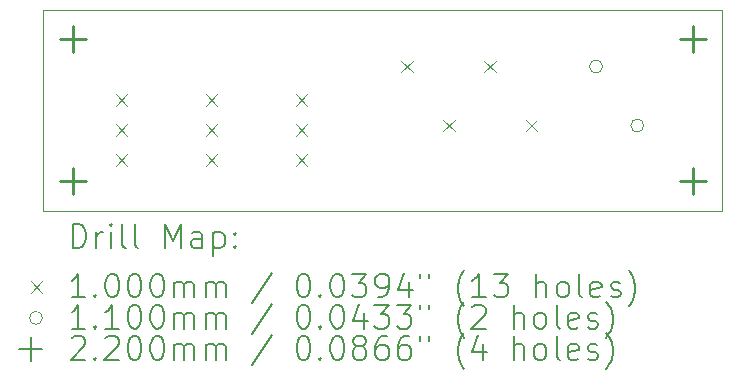
<source format=gbr>
%TF.GenerationSoftware,KiCad,Pcbnew,(6.0.8-1)-1*%
%TF.CreationDate,2024-02-23T21:37:50-06:00*%
%TF.ProjectId,RGB LED Interface,52474220-4c45-4442-9049-6e7465726661,rev?*%
%TF.SameCoordinates,Original*%
%TF.FileFunction,Drillmap*%
%TF.FilePolarity,Positive*%
%FSLAX45Y45*%
G04 Gerber Fmt 4.5, Leading zero omitted, Abs format (unit mm)*
G04 Created by KiCad (PCBNEW (6.0.8-1)-1) date 2024-02-23 21:37:50*
%MOMM*%
%LPD*%
G01*
G04 APERTURE LIST*
%ADD10C,0.100000*%
%ADD11C,0.200000*%
%ADD12C,0.110000*%
%ADD13C,0.220000*%
G04 APERTURE END LIST*
D10*
X15500000Y-8300000D02*
X9750000Y-8300000D01*
X9750000Y-8300000D02*
X9750000Y-6600000D01*
X9750000Y-6600000D02*
X15500000Y-6600000D01*
X15500000Y-6600000D02*
X15500000Y-8300000D01*
D11*
D10*
X10364000Y-7316000D02*
X10464000Y-7416000D01*
X10464000Y-7316000D02*
X10364000Y-7416000D01*
X10364000Y-7570000D02*
X10464000Y-7670000D01*
X10464000Y-7570000D02*
X10364000Y-7670000D01*
X10364000Y-7824000D02*
X10464000Y-7924000D01*
X10464000Y-7824000D02*
X10364000Y-7924000D01*
X11126000Y-7316000D02*
X11226000Y-7416000D01*
X11226000Y-7316000D02*
X11126000Y-7416000D01*
X11126000Y-7570000D02*
X11226000Y-7670000D01*
X11226000Y-7570000D02*
X11126000Y-7670000D01*
X11126000Y-7824000D02*
X11226000Y-7924000D01*
X11226000Y-7824000D02*
X11126000Y-7924000D01*
X11888000Y-7316000D02*
X11988000Y-7416000D01*
X11988000Y-7316000D02*
X11888000Y-7416000D01*
X11888000Y-7570000D02*
X11988000Y-7670000D01*
X11988000Y-7570000D02*
X11888000Y-7670000D01*
X11888000Y-7824000D02*
X11988000Y-7924000D01*
X11988000Y-7824000D02*
X11888000Y-7924000D01*
X12785000Y-7030500D02*
X12885000Y-7130500D01*
X12885000Y-7030500D02*
X12785000Y-7130500D01*
X13135000Y-7530500D02*
X13235000Y-7630500D01*
X13235000Y-7530500D02*
X13135000Y-7630500D01*
X13485000Y-7030500D02*
X13585000Y-7130500D01*
X13585000Y-7030500D02*
X13485000Y-7130500D01*
X13835000Y-7530500D02*
X13935000Y-7630500D01*
X13935000Y-7530500D02*
X13835000Y-7630500D01*
D12*
X14486300Y-7080000D02*
G75*
G03*
X14486300Y-7080000I-55000J0D01*
G01*
X14836300Y-7580000D02*
G75*
G03*
X14836300Y-7580000I-55000J0D01*
G01*
D13*
X10000000Y-6740000D02*
X10000000Y-6960000D01*
X9890000Y-6850000D02*
X10110000Y-6850000D01*
X10000000Y-7940000D02*
X10000000Y-8160000D01*
X9890000Y-8050000D02*
X10110000Y-8050000D01*
X15250000Y-6740000D02*
X15250000Y-6960000D01*
X15140000Y-6850000D02*
X15360000Y-6850000D01*
X15250000Y-7940000D02*
X15250000Y-8160000D01*
X15140000Y-8050000D02*
X15360000Y-8050000D01*
D11*
X10002619Y-8615476D02*
X10002619Y-8415476D01*
X10050238Y-8415476D01*
X10078810Y-8425000D01*
X10097857Y-8444048D01*
X10107381Y-8463095D01*
X10116905Y-8501190D01*
X10116905Y-8529762D01*
X10107381Y-8567857D01*
X10097857Y-8586905D01*
X10078810Y-8605952D01*
X10050238Y-8615476D01*
X10002619Y-8615476D01*
X10202619Y-8615476D02*
X10202619Y-8482143D01*
X10202619Y-8520238D02*
X10212143Y-8501190D01*
X10221667Y-8491667D01*
X10240714Y-8482143D01*
X10259762Y-8482143D01*
X10326429Y-8615476D02*
X10326429Y-8482143D01*
X10326429Y-8415476D02*
X10316905Y-8425000D01*
X10326429Y-8434524D01*
X10335952Y-8425000D01*
X10326429Y-8415476D01*
X10326429Y-8434524D01*
X10450238Y-8615476D02*
X10431190Y-8605952D01*
X10421667Y-8586905D01*
X10421667Y-8415476D01*
X10555000Y-8615476D02*
X10535952Y-8605952D01*
X10526429Y-8586905D01*
X10526429Y-8415476D01*
X10783571Y-8615476D02*
X10783571Y-8415476D01*
X10850238Y-8558333D01*
X10916905Y-8415476D01*
X10916905Y-8615476D01*
X11097857Y-8615476D02*
X11097857Y-8510714D01*
X11088333Y-8491667D01*
X11069286Y-8482143D01*
X11031190Y-8482143D01*
X11012143Y-8491667D01*
X11097857Y-8605952D02*
X11078810Y-8615476D01*
X11031190Y-8615476D01*
X11012143Y-8605952D01*
X11002619Y-8586905D01*
X11002619Y-8567857D01*
X11012143Y-8548810D01*
X11031190Y-8539286D01*
X11078810Y-8539286D01*
X11097857Y-8529762D01*
X11193095Y-8482143D02*
X11193095Y-8682143D01*
X11193095Y-8491667D02*
X11212143Y-8482143D01*
X11250238Y-8482143D01*
X11269286Y-8491667D01*
X11278809Y-8501190D01*
X11288333Y-8520238D01*
X11288333Y-8577381D01*
X11278809Y-8596429D01*
X11269286Y-8605952D01*
X11250238Y-8615476D01*
X11212143Y-8615476D01*
X11193095Y-8605952D01*
X11374048Y-8596429D02*
X11383571Y-8605952D01*
X11374048Y-8615476D01*
X11364524Y-8605952D01*
X11374048Y-8596429D01*
X11374048Y-8615476D01*
X11374048Y-8491667D02*
X11383571Y-8501190D01*
X11374048Y-8510714D01*
X11364524Y-8501190D01*
X11374048Y-8491667D01*
X11374048Y-8510714D01*
D10*
X9645000Y-8895000D02*
X9745000Y-8995000D01*
X9745000Y-8895000D02*
X9645000Y-8995000D01*
D11*
X10107381Y-9035476D02*
X9993095Y-9035476D01*
X10050238Y-9035476D02*
X10050238Y-8835476D01*
X10031190Y-8864048D01*
X10012143Y-8883095D01*
X9993095Y-8892619D01*
X10193095Y-9016429D02*
X10202619Y-9025952D01*
X10193095Y-9035476D01*
X10183571Y-9025952D01*
X10193095Y-9016429D01*
X10193095Y-9035476D01*
X10326429Y-8835476D02*
X10345476Y-8835476D01*
X10364524Y-8845000D01*
X10374048Y-8854524D01*
X10383571Y-8873571D01*
X10393095Y-8911667D01*
X10393095Y-8959286D01*
X10383571Y-8997381D01*
X10374048Y-9016429D01*
X10364524Y-9025952D01*
X10345476Y-9035476D01*
X10326429Y-9035476D01*
X10307381Y-9025952D01*
X10297857Y-9016429D01*
X10288333Y-8997381D01*
X10278810Y-8959286D01*
X10278810Y-8911667D01*
X10288333Y-8873571D01*
X10297857Y-8854524D01*
X10307381Y-8845000D01*
X10326429Y-8835476D01*
X10516905Y-8835476D02*
X10535952Y-8835476D01*
X10555000Y-8845000D01*
X10564524Y-8854524D01*
X10574048Y-8873571D01*
X10583571Y-8911667D01*
X10583571Y-8959286D01*
X10574048Y-8997381D01*
X10564524Y-9016429D01*
X10555000Y-9025952D01*
X10535952Y-9035476D01*
X10516905Y-9035476D01*
X10497857Y-9025952D01*
X10488333Y-9016429D01*
X10478810Y-8997381D01*
X10469286Y-8959286D01*
X10469286Y-8911667D01*
X10478810Y-8873571D01*
X10488333Y-8854524D01*
X10497857Y-8845000D01*
X10516905Y-8835476D01*
X10707381Y-8835476D02*
X10726429Y-8835476D01*
X10745476Y-8845000D01*
X10755000Y-8854524D01*
X10764524Y-8873571D01*
X10774048Y-8911667D01*
X10774048Y-8959286D01*
X10764524Y-8997381D01*
X10755000Y-9016429D01*
X10745476Y-9025952D01*
X10726429Y-9035476D01*
X10707381Y-9035476D01*
X10688333Y-9025952D01*
X10678810Y-9016429D01*
X10669286Y-8997381D01*
X10659762Y-8959286D01*
X10659762Y-8911667D01*
X10669286Y-8873571D01*
X10678810Y-8854524D01*
X10688333Y-8845000D01*
X10707381Y-8835476D01*
X10859762Y-9035476D02*
X10859762Y-8902143D01*
X10859762Y-8921190D02*
X10869286Y-8911667D01*
X10888333Y-8902143D01*
X10916905Y-8902143D01*
X10935952Y-8911667D01*
X10945476Y-8930714D01*
X10945476Y-9035476D01*
X10945476Y-8930714D02*
X10955000Y-8911667D01*
X10974048Y-8902143D01*
X11002619Y-8902143D01*
X11021667Y-8911667D01*
X11031190Y-8930714D01*
X11031190Y-9035476D01*
X11126429Y-9035476D02*
X11126429Y-8902143D01*
X11126429Y-8921190D02*
X11135952Y-8911667D01*
X11155000Y-8902143D01*
X11183571Y-8902143D01*
X11202619Y-8911667D01*
X11212143Y-8930714D01*
X11212143Y-9035476D01*
X11212143Y-8930714D02*
X11221667Y-8911667D01*
X11240714Y-8902143D01*
X11269286Y-8902143D01*
X11288333Y-8911667D01*
X11297857Y-8930714D01*
X11297857Y-9035476D01*
X11688333Y-8825952D02*
X11516905Y-9083095D01*
X11945476Y-8835476D02*
X11964524Y-8835476D01*
X11983571Y-8845000D01*
X11993095Y-8854524D01*
X12002619Y-8873571D01*
X12012143Y-8911667D01*
X12012143Y-8959286D01*
X12002619Y-8997381D01*
X11993095Y-9016429D01*
X11983571Y-9025952D01*
X11964524Y-9035476D01*
X11945476Y-9035476D01*
X11926428Y-9025952D01*
X11916905Y-9016429D01*
X11907381Y-8997381D01*
X11897857Y-8959286D01*
X11897857Y-8911667D01*
X11907381Y-8873571D01*
X11916905Y-8854524D01*
X11926428Y-8845000D01*
X11945476Y-8835476D01*
X12097857Y-9016429D02*
X12107381Y-9025952D01*
X12097857Y-9035476D01*
X12088333Y-9025952D01*
X12097857Y-9016429D01*
X12097857Y-9035476D01*
X12231190Y-8835476D02*
X12250238Y-8835476D01*
X12269286Y-8845000D01*
X12278809Y-8854524D01*
X12288333Y-8873571D01*
X12297857Y-8911667D01*
X12297857Y-8959286D01*
X12288333Y-8997381D01*
X12278809Y-9016429D01*
X12269286Y-9025952D01*
X12250238Y-9035476D01*
X12231190Y-9035476D01*
X12212143Y-9025952D01*
X12202619Y-9016429D01*
X12193095Y-8997381D01*
X12183571Y-8959286D01*
X12183571Y-8911667D01*
X12193095Y-8873571D01*
X12202619Y-8854524D01*
X12212143Y-8845000D01*
X12231190Y-8835476D01*
X12364524Y-8835476D02*
X12488333Y-8835476D01*
X12421667Y-8911667D01*
X12450238Y-8911667D01*
X12469286Y-8921190D01*
X12478809Y-8930714D01*
X12488333Y-8949762D01*
X12488333Y-8997381D01*
X12478809Y-9016429D01*
X12469286Y-9025952D01*
X12450238Y-9035476D01*
X12393095Y-9035476D01*
X12374048Y-9025952D01*
X12364524Y-9016429D01*
X12583571Y-9035476D02*
X12621667Y-9035476D01*
X12640714Y-9025952D01*
X12650238Y-9016429D01*
X12669286Y-8987857D01*
X12678809Y-8949762D01*
X12678809Y-8873571D01*
X12669286Y-8854524D01*
X12659762Y-8845000D01*
X12640714Y-8835476D01*
X12602619Y-8835476D01*
X12583571Y-8845000D01*
X12574048Y-8854524D01*
X12564524Y-8873571D01*
X12564524Y-8921190D01*
X12574048Y-8940238D01*
X12583571Y-8949762D01*
X12602619Y-8959286D01*
X12640714Y-8959286D01*
X12659762Y-8949762D01*
X12669286Y-8940238D01*
X12678809Y-8921190D01*
X12850238Y-8902143D02*
X12850238Y-9035476D01*
X12802619Y-8825952D02*
X12755000Y-8968810D01*
X12878809Y-8968810D01*
X12945476Y-8835476D02*
X12945476Y-8873571D01*
X13021667Y-8835476D02*
X13021667Y-8873571D01*
X13316905Y-9111667D02*
X13307381Y-9102143D01*
X13288333Y-9073571D01*
X13278809Y-9054524D01*
X13269286Y-9025952D01*
X13259762Y-8978333D01*
X13259762Y-8940238D01*
X13269286Y-8892619D01*
X13278809Y-8864048D01*
X13288333Y-8845000D01*
X13307381Y-8816429D01*
X13316905Y-8806905D01*
X13497857Y-9035476D02*
X13383571Y-9035476D01*
X13440714Y-9035476D02*
X13440714Y-8835476D01*
X13421667Y-8864048D01*
X13402619Y-8883095D01*
X13383571Y-8892619D01*
X13564524Y-8835476D02*
X13688333Y-8835476D01*
X13621667Y-8911667D01*
X13650238Y-8911667D01*
X13669286Y-8921190D01*
X13678809Y-8930714D01*
X13688333Y-8949762D01*
X13688333Y-8997381D01*
X13678809Y-9016429D01*
X13669286Y-9025952D01*
X13650238Y-9035476D01*
X13593095Y-9035476D01*
X13574048Y-9025952D01*
X13564524Y-9016429D01*
X13926428Y-9035476D02*
X13926428Y-8835476D01*
X14012143Y-9035476D02*
X14012143Y-8930714D01*
X14002619Y-8911667D01*
X13983571Y-8902143D01*
X13955000Y-8902143D01*
X13935952Y-8911667D01*
X13926428Y-8921190D01*
X14135952Y-9035476D02*
X14116905Y-9025952D01*
X14107381Y-9016429D01*
X14097857Y-8997381D01*
X14097857Y-8940238D01*
X14107381Y-8921190D01*
X14116905Y-8911667D01*
X14135952Y-8902143D01*
X14164524Y-8902143D01*
X14183571Y-8911667D01*
X14193095Y-8921190D01*
X14202619Y-8940238D01*
X14202619Y-8997381D01*
X14193095Y-9016429D01*
X14183571Y-9025952D01*
X14164524Y-9035476D01*
X14135952Y-9035476D01*
X14316905Y-9035476D02*
X14297857Y-9025952D01*
X14288333Y-9006905D01*
X14288333Y-8835476D01*
X14469286Y-9025952D02*
X14450238Y-9035476D01*
X14412143Y-9035476D01*
X14393095Y-9025952D01*
X14383571Y-9006905D01*
X14383571Y-8930714D01*
X14393095Y-8911667D01*
X14412143Y-8902143D01*
X14450238Y-8902143D01*
X14469286Y-8911667D01*
X14478809Y-8930714D01*
X14478809Y-8949762D01*
X14383571Y-8968810D01*
X14555000Y-9025952D02*
X14574048Y-9035476D01*
X14612143Y-9035476D01*
X14631190Y-9025952D01*
X14640714Y-9006905D01*
X14640714Y-8997381D01*
X14631190Y-8978333D01*
X14612143Y-8968810D01*
X14583571Y-8968810D01*
X14564524Y-8959286D01*
X14555000Y-8940238D01*
X14555000Y-8930714D01*
X14564524Y-8911667D01*
X14583571Y-8902143D01*
X14612143Y-8902143D01*
X14631190Y-8911667D01*
X14707381Y-9111667D02*
X14716905Y-9102143D01*
X14735952Y-9073571D01*
X14745476Y-9054524D01*
X14755000Y-9025952D01*
X14764524Y-8978333D01*
X14764524Y-8940238D01*
X14755000Y-8892619D01*
X14745476Y-8864048D01*
X14735952Y-8845000D01*
X14716905Y-8816429D01*
X14707381Y-8806905D01*
D12*
X9745000Y-9209000D02*
G75*
G03*
X9745000Y-9209000I-55000J0D01*
G01*
D11*
X10107381Y-9299476D02*
X9993095Y-9299476D01*
X10050238Y-9299476D02*
X10050238Y-9099476D01*
X10031190Y-9128048D01*
X10012143Y-9147095D01*
X9993095Y-9156619D01*
X10193095Y-9280429D02*
X10202619Y-9289952D01*
X10193095Y-9299476D01*
X10183571Y-9289952D01*
X10193095Y-9280429D01*
X10193095Y-9299476D01*
X10393095Y-9299476D02*
X10278810Y-9299476D01*
X10335952Y-9299476D02*
X10335952Y-9099476D01*
X10316905Y-9128048D01*
X10297857Y-9147095D01*
X10278810Y-9156619D01*
X10516905Y-9099476D02*
X10535952Y-9099476D01*
X10555000Y-9109000D01*
X10564524Y-9118524D01*
X10574048Y-9137571D01*
X10583571Y-9175667D01*
X10583571Y-9223286D01*
X10574048Y-9261381D01*
X10564524Y-9280429D01*
X10555000Y-9289952D01*
X10535952Y-9299476D01*
X10516905Y-9299476D01*
X10497857Y-9289952D01*
X10488333Y-9280429D01*
X10478810Y-9261381D01*
X10469286Y-9223286D01*
X10469286Y-9175667D01*
X10478810Y-9137571D01*
X10488333Y-9118524D01*
X10497857Y-9109000D01*
X10516905Y-9099476D01*
X10707381Y-9099476D02*
X10726429Y-9099476D01*
X10745476Y-9109000D01*
X10755000Y-9118524D01*
X10764524Y-9137571D01*
X10774048Y-9175667D01*
X10774048Y-9223286D01*
X10764524Y-9261381D01*
X10755000Y-9280429D01*
X10745476Y-9289952D01*
X10726429Y-9299476D01*
X10707381Y-9299476D01*
X10688333Y-9289952D01*
X10678810Y-9280429D01*
X10669286Y-9261381D01*
X10659762Y-9223286D01*
X10659762Y-9175667D01*
X10669286Y-9137571D01*
X10678810Y-9118524D01*
X10688333Y-9109000D01*
X10707381Y-9099476D01*
X10859762Y-9299476D02*
X10859762Y-9166143D01*
X10859762Y-9185190D02*
X10869286Y-9175667D01*
X10888333Y-9166143D01*
X10916905Y-9166143D01*
X10935952Y-9175667D01*
X10945476Y-9194714D01*
X10945476Y-9299476D01*
X10945476Y-9194714D02*
X10955000Y-9175667D01*
X10974048Y-9166143D01*
X11002619Y-9166143D01*
X11021667Y-9175667D01*
X11031190Y-9194714D01*
X11031190Y-9299476D01*
X11126429Y-9299476D02*
X11126429Y-9166143D01*
X11126429Y-9185190D02*
X11135952Y-9175667D01*
X11155000Y-9166143D01*
X11183571Y-9166143D01*
X11202619Y-9175667D01*
X11212143Y-9194714D01*
X11212143Y-9299476D01*
X11212143Y-9194714D02*
X11221667Y-9175667D01*
X11240714Y-9166143D01*
X11269286Y-9166143D01*
X11288333Y-9175667D01*
X11297857Y-9194714D01*
X11297857Y-9299476D01*
X11688333Y-9089952D02*
X11516905Y-9347095D01*
X11945476Y-9099476D02*
X11964524Y-9099476D01*
X11983571Y-9109000D01*
X11993095Y-9118524D01*
X12002619Y-9137571D01*
X12012143Y-9175667D01*
X12012143Y-9223286D01*
X12002619Y-9261381D01*
X11993095Y-9280429D01*
X11983571Y-9289952D01*
X11964524Y-9299476D01*
X11945476Y-9299476D01*
X11926428Y-9289952D01*
X11916905Y-9280429D01*
X11907381Y-9261381D01*
X11897857Y-9223286D01*
X11897857Y-9175667D01*
X11907381Y-9137571D01*
X11916905Y-9118524D01*
X11926428Y-9109000D01*
X11945476Y-9099476D01*
X12097857Y-9280429D02*
X12107381Y-9289952D01*
X12097857Y-9299476D01*
X12088333Y-9289952D01*
X12097857Y-9280429D01*
X12097857Y-9299476D01*
X12231190Y-9099476D02*
X12250238Y-9099476D01*
X12269286Y-9109000D01*
X12278809Y-9118524D01*
X12288333Y-9137571D01*
X12297857Y-9175667D01*
X12297857Y-9223286D01*
X12288333Y-9261381D01*
X12278809Y-9280429D01*
X12269286Y-9289952D01*
X12250238Y-9299476D01*
X12231190Y-9299476D01*
X12212143Y-9289952D01*
X12202619Y-9280429D01*
X12193095Y-9261381D01*
X12183571Y-9223286D01*
X12183571Y-9175667D01*
X12193095Y-9137571D01*
X12202619Y-9118524D01*
X12212143Y-9109000D01*
X12231190Y-9099476D01*
X12469286Y-9166143D02*
X12469286Y-9299476D01*
X12421667Y-9089952D02*
X12374048Y-9232810D01*
X12497857Y-9232810D01*
X12555000Y-9099476D02*
X12678809Y-9099476D01*
X12612143Y-9175667D01*
X12640714Y-9175667D01*
X12659762Y-9185190D01*
X12669286Y-9194714D01*
X12678809Y-9213762D01*
X12678809Y-9261381D01*
X12669286Y-9280429D01*
X12659762Y-9289952D01*
X12640714Y-9299476D01*
X12583571Y-9299476D01*
X12564524Y-9289952D01*
X12555000Y-9280429D01*
X12745476Y-9099476D02*
X12869286Y-9099476D01*
X12802619Y-9175667D01*
X12831190Y-9175667D01*
X12850238Y-9185190D01*
X12859762Y-9194714D01*
X12869286Y-9213762D01*
X12869286Y-9261381D01*
X12859762Y-9280429D01*
X12850238Y-9289952D01*
X12831190Y-9299476D01*
X12774048Y-9299476D01*
X12755000Y-9289952D01*
X12745476Y-9280429D01*
X12945476Y-9099476D02*
X12945476Y-9137571D01*
X13021667Y-9099476D02*
X13021667Y-9137571D01*
X13316905Y-9375667D02*
X13307381Y-9366143D01*
X13288333Y-9337571D01*
X13278809Y-9318524D01*
X13269286Y-9289952D01*
X13259762Y-9242333D01*
X13259762Y-9204238D01*
X13269286Y-9156619D01*
X13278809Y-9128048D01*
X13288333Y-9109000D01*
X13307381Y-9080429D01*
X13316905Y-9070905D01*
X13383571Y-9118524D02*
X13393095Y-9109000D01*
X13412143Y-9099476D01*
X13459762Y-9099476D01*
X13478809Y-9109000D01*
X13488333Y-9118524D01*
X13497857Y-9137571D01*
X13497857Y-9156619D01*
X13488333Y-9185190D01*
X13374048Y-9299476D01*
X13497857Y-9299476D01*
X13735952Y-9299476D02*
X13735952Y-9099476D01*
X13821667Y-9299476D02*
X13821667Y-9194714D01*
X13812143Y-9175667D01*
X13793095Y-9166143D01*
X13764524Y-9166143D01*
X13745476Y-9175667D01*
X13735952Y-9185190D01*
X13945476Y-9299476D02*
X13926428Y-9289952D01*
X13916905Y-9280429D01*
X13907381Y-9261381D01*
X13907381Y-9204238D01*
X13916905Y-9185190D01*
X13926428Y-9175667D01*
X13945476Y-9166143D01*
X13974048Y-9166143D01*
X13993095Y-9175667D01*
X14002619Y-9185190D01*
X14012143Y-9204238D01*
X14012143Y-9261381D01*
X14002619Y-9280429D01*
X13993095Y-9289952D01*
X13974048Y-9299476D01*
X13945476Y-9299476D01*
X14126428Y-9299476D02*
X14107381Y-9289952D01*
X14097857Y-9270905D01*
X14097857Y-9099476D01*
X14278809Y-9289952D02*
X14259762Y-9299476D01*
X14221667Y-9299476D01*
X14202619Y-9289952D01*
X14193095Y-9270905D01*
X14193095Y-9194714D01*
X14202619Y-9175667D01*
X14221667Y-9166143D01*
X14259762Y-9166143D01*
X14278809Y-9175667D01*
X14288333Y-9194714D01*
X14288333Y-9213762D01*
X14193095Y-9232810D01*
X14364524Y-9289952D02*
X14383571Y-9299476D01*
X14421667Y-9299476D01*
X14440714Y-9289952D01*
X14450238Y-9270905D01*
X14450238Y-9261381D01*
X14440714Y-9242333D01*
X14421667Y-9232810D01*
X14393095Y-9232810D01*
X14374048Y-9223286D01*
X14364524Y-9204238D01*
X14364524Y-9194714D01*
X14374048Y-9175667D01*
X14393095Y-9166143D01*
X14421667Y-9166143D01*
X14440714Y-9175667D01*
X14516905Y-9375667D02*
X14526428Y-9366143D01*
X14545476Y-9337571D01*
X14555000Y-9318524D01*
X14564524Y-9289952D01*
X14574048Y-9242333D01*
X14574048Y-9204238D01*
X14564524Y-9156619D01*
X14555000Y-9128048D01*
X14545476Y-9109000D01*
X14526428Y-9080429D01*
X14516905Y-9070905D01*
X9645000Y-9373000D02*
X9645000Y-9573000D01*
X9545000Y-9473000D02*
X9745000Y-9473000D01*
X9993095Y-9382524D02*
X10002619Y-9373000D01*
X10021667Y-9363476D01*
X10069286Y-9363476D01*
X10088333Y-9373000D01*
X10097857Y-9382524D01*
X10107381Y-9401571D01*
X10107381Y-9420619D01*
X10097857Y-9449190D01*
X9983571Y-9563476D01*
X10107381Y-9563476D01*
X10193095Y-9544429D02*
X10202619Y-9553952D01*
X10193095Y-9563476D01*
X10183571Y-9553952D01*
X10193095Y-9544429D01*
X10193095Y-9563476D01*
X10278810Y-9382524D02*
X10288333Y-9373000D01*
X10307381Y-9363476D01*
X10355000Y-9363476D01*
X10374048Y-9373000D01*
X10383571Y-9382524D01*
X10393095Y-9401571D01*
X10393095Y-9420619D01*
X10383571Y-9449190D01*
X10269286Y-9563476D01*
X10393095Y-9563476D01*
X10516905Y-9363476D02*
X10535952Y-9363476D01*
X10555000Y-9373000D01*
X10564524Y-9382524D01*
X10574048Y-9401571D01*
X10583571Y-9439667D01*
X10583571Y-9487286D01*
X10574048Y-9525381D01*
X10564524Y-9544429D01*
X10555000Y-9553952D01*
X10535952Y-9563476D01*
X10516905Y-9563476D01*
X10497857Y-9553952D01*
X10488333Y-9544429D01*
X10478810Y-9525381D01*
X10469286Y-9487286D01*
X10469286Y-9439667D01*
X10478810Y-9401571D01*
X10488333Y-9382524D01*
X10497857Y-9373000D01*
X10516905Y-9363476D01*
X10707381Y-9363476D02*
X10726429Y-9363476D01*
X10745476Y-9373000D01*
X10755000Y-9382524D01*
X10764524Y-9401571D01*
X10774048Y-9439667D01*
X10774048Y-9487286D01*
X10764524Y-9525381D01*
X10755000Y-9544429D01*
X10745476Y-9553952D01*
X10726429Y-9563476D01*
X10707381Y-9563476D01*
X10688333Y-9553952D01*
X10678810Y-9544429D01*
X10669286Y-9525381D01*
X10659762Y-9487286D01*
X10659762Y-9439667D01*
X10669286Y-9401571D01*
X10678810Y-9382524D01*
X10688333Y-9373000D01*
X10707381Y-9363476D01*
X10859762Y-9563476D02*
X10859762Y-9430143D01*
X10859762Y-9449190D02*
X10869286Y-9439667D01*
X10888333Y-9430143D01*
X10916905Y-9430143D01*
X10935952Y-9439667D01*
X10945476Y-9458714D01*
X10945476Y-9563476D01*
X10945476Y-9458714D02*
X10955000Y-9439667D01*
X10974048Y-9430143D01*
X11002619Y-9430143D01*
X11021667Y-9439667D01*
X11031190Y-9458714D01*
X11031190Y-9563476D01*
X11126429Y-9563476D02*
X11126429Y-9430143D01*
X11126429Y-9449190D02*
X11135952Y-9439667D01*
X11155000Y-9430143D01*
X11183571Y-9430143D01*
X11202619Y-9439667D01*
X11212143Y-9458714D01*
X11212143Y-9563476D01*
X11212143Y-9458714D02*
X11221667Y-9439667D01*
X11240714Y-9430143D01*
X11269286Y-9430143D01*
X11288333Y-9439667D01*
X11297857Y-9458714D01*
X11297857Y-9563476D01*
X11688333Y-9353952D02*
X11516905Y-9611095D01*
X11945476Y-9363476D02*
X11964524Y-9363476D01*
X11983571Y-9373000D01*
X11993095Y-9382524D01*
X12002619Y-9401571D01*
X12012143Y-9439667D01*
X12012143Y-9487286D01*
X12002619Y-9525381D01*
X11993095Y-9544429D01*
X11983571Y-9553952D01*
X11964524Y-9563476D01*
X11945476Y-9563476D01*
X11926428Y-9553952D01*
X11916905Y-9544429D01*
X11907381Y-9525381D01*
X11897857Y-9487286D01*
X11897857Y-9439667D01*
X11907381Y-9401571D01*
X11916905Y-9382524D01*
X11926428Y-9373000D01*
X11945476Y-9363476D01*
X12097857Y-9544429D02*
X12107381Y-9553952D01*
X12097857Y-9563476D01*
X12088333Y-9553952D01*
X12097857Y-9544429D01*
X12097857Y-9563476D01*
X12231190Y-9363476D02*
X12250238Y-9363476D01*
X12269286Y-9373000D01*
X12278809Y-9382524D01*
X12288333Y-9401571D01*
X12297857Y-9439667D01*
X12297857Y-9487286D01*
X12288333Y-9525381D01*
X12278809Y-9544429D01*
X12269286Y-9553952D01*
X12250238Y-9563476D01*
X12231190Y-9563476D01*
X12212143Y-9553952D01*
X12202619Y-9544429D01*
X12193095Y-9525381D01*
X12183571Y-9487286D01*
X12183571Y-9439667D01*
X12193095Y-9401571D01*
X12202619Y-9382524D01*
X12212143Y-9373000D01*
X12231190Y-9363476D01*
X12412143Y-9449190D02*
X12393095Y-9439667D01*
X12383571Y-9430143D01*
X12374048Y-9411095D01*
X12374048Y-9401571D01*
X12383571Y-9382524D01*
X12393095Y-9373000D01*
X12412143Y-9363476D01*
X12450238Y-9363476D01*
X12469286Y-9373000D01*
X12478809Y-9382524D01*
X12488333Y-9401571D01*
X12488333Y-9411095D01*
X12478809Y-9430143D01*
X12469286Y-9439667D01*
X12450238Y-9449190D01*
X12412143Y-9449190D01*
X12393095Y-9458714D01*
X12383571Y-9468238D01*
X12374048Y-9487286D01*
X12374048Y-9525381D01*
X12383571Y-9544429D01*
X12393095Y-9553952D01*
X12412143Y-9563476D01*
X12450238Y-9563476D01*
X12469286Y-9553952D01*
X12478809Y-9544429D01*
X12488333Y-9525381D01*
X12488333Y-9487286D01*
X12478809Y-9468238D01*
X12469286Y-9458714D01*
X12450238Y-9449190D01*
X12659762Y-9363476D02*
X12621667Y-9363476D01*
X12602619Y-9373000D01*
X12593095Y-9382524D01*
X12574048Y-9411095D01*
X12564524Y-9449190D01*
X12564524Y-9525381D01*
X12574048Y-9544429D01*
X12583571Y-9553952D01*
X12602619Y-9563476D01*
X12640714Y-9563476D01*
X12659762Y-9553952D01*
X12669286Y-9544429D01*
X12678809Y-9525381D01*
X12678809Y-9477762D01*
X12669286Y-9458714D01*
X12659762Y-9449190D01*
X12640714Y-9439667D01*
X12602619Y-9439667D01*
X12583571Y-9449190D01*
X12574048Y-9458714D01*
X12564524Y-9477762D01*
X12850238Y-9363476D02*
X12812143Y-9363476D01*
X12793095Y-9373000D01*
X12783571Y-9382524D01*
X12764524Y-9411095D01*
X12755000Y-9449190D01*
X12755000Y-9525381D01*
X12764524Y-9544429D01*
X12774048Y-9553952D01*
X12793095Y-9563476D01*
X12831190Y-9563476D01*
X12850238Y-9553952D01*
X12859762Y-9544429D01*
X12869286Y-9525381D01*
X12869286Y-9477762D01*
X12859762Y-9458714D01*
X12850238Y-9449190D01*
X12831190Y-9439667D01*
X12793095Y-9439667D01*
X12774048Y-9449190D01*
X12764524Y-9458714D01*
X12755000Y-9477762D01*
X12945476Y-9363476D02*
X12945476Y-9401571D01*
X13021667Y-9363476D02*
X13021667Y-9401571D01*
X13316905Y-9639667D02*
X13307381Y-9630143D01*
X13288333Y-9601571D01*
X13278809Y-9582524D01*
X13269286Y-9553952D01*
X13259762Y-9506333D01*
X13259762Y-9468238D01*
X13269286Y-9420619D01*
X13278809Y-9392048D01*
X13288333Y-9373000D01*
X13307381Y-9344429D01*
X13316905Y-9334905D01*
X13478809Y-9430143D02*
X13478809Y-9563476D01*
X13431190Y-9353952D02*
X13383571Y-9496810D01*
X13507381Y-9496810D01*
X13735952Y-9563476D02*
X13735952Y-9363476D01*
X13821667Y-9563476D02*
X13821667Y-9458714D01*
X13812143Y-9439667D01*
X13793095Y-9430143D01*
X13764524Y-9430143D01*
X13745476Y-9439667D01*
X13735952Y-9449190D01*
X13945476Y-9563476D02*
X13926428Y-9553952D01*
X13916905Y-9544429D01*
X13907381Y-9525381D01*
X13907381Y-9468238D01*
X13916905Y-9449190D01*
X13926428Y-9439667D01*
X13945476Y-9430143D01*
X13974048Y-9430143D01*
X13993095Y-9439667D01*
X14002619Y-9449190D01*
X14012143Y-9468238D01*
X14012143Y-9525381D01*
X14002619Y-9544429D01*
X13993095Y-9553952D01*
X13974048Y-9563476D01*
X13945476Y-9563476D01*
X14126428Y-9563476D02*
X14107381Y-9553952D01*
X14097857Y-9534905D01*
X14097857Y-9363476D01*
X14278809Y-9553952D02*
X14259762Y-9563476D01*
X14221667Y-9563476D01*
X14202619Y-9553952D01*
X14193095Y-9534905D01*
X14193095Y-9458714D01*
X14202619Y-9439667D01*
X14221667Y-9430143D01*
X14259762Y-9430143D01*
X14278809Y-9439667D01*
X14288333Y-9458714D01*
X14288333Y-9477762D01*
X14193095Y-9496810D01*
X14364524Y-9553952D02*
X14383571Y-9563476D01*
X14421667Y-9563476D01*
X14440714Y-9553952D01*
X14450238Y-9534905D01*
X14450238Y-9525381D01*
X14440714Y-9506333D01*
X14421667Y-9496810D01*
X14393095Y-9496810D01*
X14374048Y-9487286D01*
X14364524Y-9468238D01*
X14364524Y-9458714D01*
X14374048Y-9439667D01*
X14393095Y-9430143D01*
X14421667Y-9430143D01*
X14440714Y-9439667D01*
X14516905Y-9639667D02*
X14526428Y-9630143D01*
X14545476Y-9601571D01*
X14555000Y-9582524D01*
X14564524Y-9553952D01*
X14574048Y-9506333D01*
X14574048Y-9468238D01*
X14564524Y-9420619D01*
X14555000Y-9392048D01*
X14545476Y-9373000D01*
X14526428Y-9344429D01*
X14516905Y-9334905D01*
M02*

</source>
